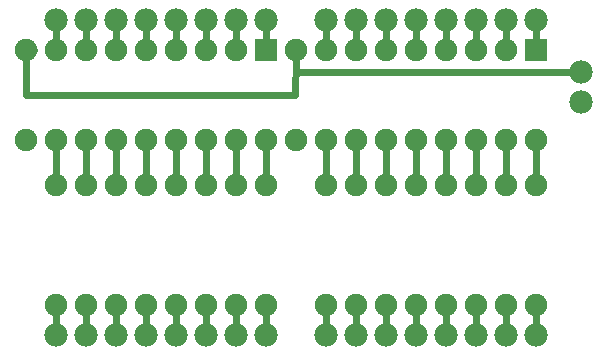
<source format=gtl>
G04 MADE WITH FRITZING*
G04 WWW.FRITZING.ORG*
G04 DOUBLE SIDED*
G04 HOLES PLATED*
G04 CONTOUR ON CENTER OF CONTOUR VECTOR*
%ASAXBY*%
%FSLAX23Y23*%
%MOIN*%
%OFA0B0*%
%SFA1.0B1.0*%
%ADD10C,0.075000*%
%ADD11C,0.078000*%
%ADD12R,0.075000X0.075000*%
%ADD13C,0.024000*%
%LNCOPPER1*%
G90*
G70*
G54D10*
X1838Y352D03*
X1838Y752D03*
X1738Y352D03*
X1738Y752D03*
X1638Y352D03*
X1638Y752D03*
X1538Y352D03*
X1538Y752D03*
X1438Y352D03*
X1438Y752D03*
X1338Y352D03*
X1338Y752D03*
X1238Y352D03*
X1238Y752D03*
X1138Y352D03*
X1138Y752D03*
X938Y352D03*
X938Y752D03*
X838Y352D03*
X838Y752D03*
X738Y352D03*
X738Y752D03*
X638Y352D03*
X638Y752D03*
X538Y352D03*
X538Y752D03*
X438Y352D03*
X438Y752D03*
X338Y352D03*
X338Y752D03*
X238Y352D03*
X238Y752D03*
X1838Y1202D03*
X1838Y902D03*
X1738Y1202D03*
X1738Y902D03*
X1638Y1202D03*
X1638Y902D03*
X1538Y1202D03*
X1538Y902D03*
X1438Y1202D03*
X1438Y902D03*
X1338Y1202D03*
X1338Y902D03*
X1238Y1202D03*
X1238Y902D03*
X1138Y1202D03*
X1138Y902D03*
X1038Y1202D03*
X1038Y902D03*
X938Y1202D03*
X938Y902D03*
X838Y1202D03*
X838Y902D03*
X738Y1202D03*
X738Y902D03*
X638Y1202D03*
X638Y902D03*
X538Y1202D03*
X538Y902D03*
X438Y1202D03*
X438Y902D03*
X338Y1202D03*
X338Y902D03*
X238Y1202D03*
X238Y902D03*
X138Y1202D03*
X138Y902D03*
G54D11*
X1738Y1302D03*
X1838Y1302D03*
X1538Y1302D03*
X1638Y1302D03*
X1338Y1302D03*
X1438Y1302D03*
X1138Y1302D03*
X1238Y1302D03*
X838Y1302D03*
X938Y1302D03*
X638Y1302D03*
X738Y1302D03*
X438Y1302D03*
X538Y1302D03*
X238Y1302D03*
X338Y1302D03*
X1738Y252D03*
X1838Y252D03*
X1538Y252D03*
X1638Y252D03*
X1338Y252D03*
X1438Y252D03*
X1138Y252D03*
X1238Y252D03*
X838Y252D03*
X938Y252D03*
X638Y252D03*
X738Y252D03*
X438Y252D03*
X538Y252D03*
X238Y252D03*
X338Y252D03*
X1988Y1127D03*
X1988Y1027D03*
G54D12*
X1838Y1202D03*
X938Y1202D03*
G54D13*
X1838Y873D02*
X1838Y780D01*
D02*
X1738Y873D02*
X1738Y780D01*
D02*
X1638Y873D02*
X1638Y780D01*
D02*
X1538Y873D02*
X1538Y780D01*
D02*
X1438Y873D02*
X1438Y780D01*
D02*
X1338Y873D02*
X1338Y780D01*
D02*
X1238Y873D02*
X1238Y780D01*
D02*
X1138Y873D02*
X1138Y780D01*
D02*
X1838Y1230D02*
X1838Y1271D01*
D02*
X1738Y1230D02*
X1738Y1271D01*
D02*
X1638Y1230D02*
X1638Y1271D01*
D02*
X1538Y1230D02*
X1538Y1271D01*
D02*
X1438Y1230D02*
X1438Y1271D01*
D02*
X1338Y1230D02*
X1338Y1271D01*
D02*
X1238Y1230D02*
X1238Y1271D01*
D02*
X1138Y1230D02*
X1138Y1271D01*
D02*
X1037Y1053D02*
X1038Y1173D01*
D02*
X140Y1053D02*
X1037Y1053D01*
D02*
X140Y1202D02*
X140Y1053D01*
D02*
X167Y1202D02*
X140Y1202D01*
D02*
X938Y873D02*
X938Y780D01*
D02*
X838Y873D02*
X838Y780D01*
D02*
X738Y873D02*
X738Y780D01*
D02*
X638Y873D02*
X638Y780D01*
D02*
X538Y873D02*
X538Y780D01*
D02*
X438Y873D02*
X438Y780D01*
D02*
X338Y873D02*
X338Y780D01*
D02*
X238Y873D02*
X238Y780D01*
D02*
X938Y1271D02*
X938Y1230D01*
D02*
X838Y1271D02*
X838Y1230D01*
D02*
X738Y1271D02*
X738Y1230D01*
D02*
X638Y1271D02*
X638Y1230D01*
D02*
X538Y1271D02*
X538Y1230D01*
D02*
X438Y1271D02*
X438Y1230D01*
D02*
X338Y1271D02*
X338Y1230D01*
D02*
X238Y1271D02*
X238Y1230D01*
D02*
X1838Y282D02*
X1838Y323D01*
D02*
X1738Y282D02*
X1738Y323D01*
D02*
X1638Y282D02*
X1638Y323D01*
D02*
X1538Y282D02*
X1538Y323D01*
D02*
X1438Y282D02*
X1438Y323D01*
D02*
X1338Y282D02*
X1338Y323D01*
D02*
X1238Y282D02*
X1238Y323D01*
D02*
X1138Y282D02*
X1138Y323D01*
D02*
X938Y282D02*
X938Y323D01*
D02*
X838Y282D02*
X838Y323D01*
D02*
X738Y282D02*
X738Y323D01*
D02*
X638Y282D02*
X638Y323D01*
D02*
X538Y282D02*
X538Y323D01*
D02*
X438Y282D02*
X438Y323D01*
D02*
X338Y282D02*
X338Y323D01*
D02*
X238Y282D02*
X238Y323D01*
D02*
X1038Y1173D02*
X1038Y1127D01*
D02*
X1038Y1127D02*
X1958Y1127D01*
G04 End of Copper1*
M02*
</source>
